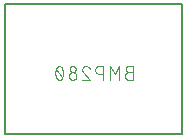
<source format=gbr>
G04 EAGLE Gerber RS-274X export*
G75*
%MOMM*%
%FSLAX34Y34*%
%LPD*%
%INSilkscreen Bottom*%
%IPPOS*%
%AMOC8*
5,1,8,0,0,1.08239X$1,22.5*%
G01*
%ADD10C,0.127000*%
%ADD11C,0.101600*%


D10*
X224000Y352900D02*
X374000Y352900D01*
X374000Y242900D01*
X224000Y242900D01*
X224000Y352900D01*
D11*
X328549Y295129D02*
X331795Y295129D01*
X328549Y295130D02*
X328436Y295128D01*
X328323Y295122D01*
X328210Y295112D01*
X328097Y295098D01*
X327985Y295081D01*
X327874Y295059D01*
X327764Y295034D01*
X327654Y295004D01*
X327546Y294971D01*
X327439Y294934D01*
X327333Y294894D01*
X327229Y294849D01*
X327126Y294801D01*
X327025Y294750D01*
X326926Y294695D01*
X326829Y294637D01*
X326734Y294575D01*
X326641Y294510D01*
X326551Y294442D01*
X326463Y294371D01*
X326377Y294296D01*
X326294Y294219D01*
X326214Y294139D01*
X326137Y294056D01*
X326062Y293970D01*
X325991Y293882D01*
X325923Y293792D01*
X325858Y293699D01*
X325796Y293604D01*
X325738Y293507D01*
X325683Y293408D01*
X325632Y293307D01*
X325584Y293204D01*
X325539Y293100D01*
X325499Y292994D01*
X325462Y292887D01*
X325429Y292779D01*
X325399Y292669D01*
X325374Y292559D01*
X325352Y292448D01*
X325335Y292336D01*
X325321Y292223D01*
X325311Y292110D01*
X325305Y291997D01*
X325303Y291884D01*
X325305Y291771D01*
X325311Y291658D01*
X325321Y291545D01*
X325335Y291432D01*
X325352Y291320D01*
X325374Y291209D01*
X325399Y291099D01*
X325429Y290989D01*
X325462Y290881D01*
X325499Y290774D01*
X325539Y290668D01*
X325584Y290564D01*
X325632Y290461D01*
X325683Y290360D01*
X325738Y290261D01*
X325796Y290164D01*
X325858Y290069D01*
X325923Y289976D01*
X325991Y289886D01*
X326062Y289798D01*
X326137Y289712D01*
X326214Y289629D01*
X326294Y289549D01*
X326377Y289472D01*
X326463Y289397D01*
X326551Y289326D01*
X326641Y289258D01*
X326734Y289193D01*
X326829Y289131D01*
X326926Y289073D01*
X327025Y289018D01*
X327126Y288967D01*
X327229Y288919D01*
X327333Y288874D01*
X327439Y288834D01*
X327546Y288797D01*
X327654Y288764D01*
X327764Y288734D01*
X327874Y288709D01*
X327985Y288687D01*
X328097Y288670D01*
X328210Y288656D01*
X328323Y288646D01*
X328436Y288640D01*
X328549Y288638D01*
X331795Y288638D01*
X331795Y300322D01*
X328549Y300322D01*
X328448Y300320D01*
X328348Y300314D01*
X328248Y300304D01*
X328148Y300291D01*
X328049Y300273D01*
X327950Y300252D01*
X327853Y300227D01*
X327756Y300198D01*
X327661Y300165D01*
X327567Y300129D01*
X327475Y300089D01*
X327384Y300046D01*
X327295Y299999D01*
X327208Y299949D01*
X327122Y299895D01*
X327039Y299838D01*
X326959Y299778D01*
X326880Y299715D01*
X326804Y299648D01*
X326731Y299579D01*
X326661Y299507D01*
X326593Y299433D01*
X326528Y299356D01*
X326467Y299276D01*
X326408Y299194D01*
X326353Y299110D01*
X326301Y299024D01*
X326252Y298936D01*
X326207Y298846D01*
X326165Y298754D01*
X326127Y298661D01*
X326093Y298566D01*
X326062Y298471D01*
X326035Y298374D01*
X326012Y298276D01*
X325992Y298177D01*
X325977Y298077D01*
X325965Y297977D01*
X325957Y297877D01*
X325953Y297776D01*
X325953Y297676D01*
X325957Y297575D01*
X325965Y297475D01*
X325977Y297375D01*
X325992Y297275D01*
X326012Y297176D01*
X326035Y297078D01*
X326062Y296981D01*
X326093Y296886D01*
X326127Y296791D01*
X326165Y296698D01*
X326207Y296606D01*
X326252Y296516D01*
X326301Y296428D01*
X326353Y296342D01*
X326408Y296258D01*
X326467Y296176D01*
X326528Y296096D01*
X326593Y296019D01*
X326661Y295945D01*
X326731Y295873D01*
X326804Y295804D01*
X326880Y295737D01*
X326959Y295674D01*
X327039Y295614D01*
X327122Y295557D01*
X327208Y295503D01*
X327295Y295453D01*
X327384Y295406D01*
X327475Y295363D01*
X327567Y295323D01*
X327661Y295287D01*
X327756Y295254D01*
X327853Y295225D01*
X327950Y295200D01*
X328049Y295179D01*
X328148Y295161D01*
X328248Y295148D01*
X328348Y295138D01*
X328448Y295132D01*
X328549Y295130D01*
X320421Y300322D02*
X320421Y288638D01*
X316526Y293831D02*
X320421Y300322D01*
X316526Y293831D02*
X312632Y300322D01*
X312632Y288638D01*
X306649Y288638D02*
X306649Y300322D01*
X303403Y300322D01*
X303290Y300320D01*
X303177Y300314D01*
X303064Y300304D01*
X302951Y300290D01*
X302839Y300273D01*
X302728Y300251D01*
X302618Y300226D01*
X302508Y300196D01*
X302400Y300163D01*
X302293Y300126D01*
X302187Y300086D01*
X302083Y300041D01*
X301980Y299993D01*
X301879Y299942D01*
X301780Y299887D01*
X301683Y299829D01*
X301588Y299767D01*
X301495Y299702D01*
X301405Y299634D01*
X301317Y299563D01*
X301231Y299488D01*
X301148Y299411D01*
X301068Y299331D01*
X300991Y299248D01*
X300916Y299162D01*
X300845Y299074D01*
X300777Y298984D01*
X300712Y298891D01*
X300650Y298796D01*
X300592Y298699D01*
X300537Y298600D01*
X300486Y298499D01*
X300438Y298396D01*
X300393Y298292D01*
X300353Y298186D01*
X300316Y298079D01*
X300283Y297971D01*
X300253Y297861D01*
X300228Y297751D01*
X300206Y297640D01*
X300189Y297528D01*
X300175Y297415D01*
X300165Y297302D01*
X300159Y297189D01*
X300157Y297076D01*
X300159Y296963D01*
X300165Y296850D01*
X300175Y296737D01*
X300189Y296624D01*
X300206Y296512D01*
X300228Y296401D01*
X300253Y296291D01*
X300283Y296181D01*
X300316Y296073D01*
X300353Y295966D01*
X300393Y295860D01*
X300438Y295756D01*
X300486Y295653D01*
X300537Y295552D01*
X300592Y295453D01*
X300650Y295356D01*
X300712Y295261D01*
X300777Y295168D01*
X300845Y295078D01*
X300916Y294990D01*
X300991Y294904D01*
X301068Y294821D01*
X301148Y294741D01*
X301231Y294664D01*
X301317Y294589D01*
X301405Y294518D01*
X301495Y294450D01*
X301588Y294385D01*
X301683Y294323D01*
X301780Y294265D01*
X301879Y294210D01*
X301980Y294159D01*
X302083Y294111D01*
X302187Y294066D01*
X302293Y294026D01*
X302400Y293989D01*
X302508Y293956D01*
X302618Y293926D01*
X302728Y293901D01*
X302839Y293879D01*
X302951Y293862D01*
X303064Y293848D01*
X303177Y293838D01*
X303290Y293832D01*
X303403Y293830D01*
X303403Y293831D02*
X306649Y293831D01*
X292199Y300322D02*
X292092Y300320D01*
X291986Y300314D01*
X291880Y300304D01*
X291774Y300291D01*
X291668Y300273D01*
X291564Y300252D01*
X291460Y300227D01*
X291357Y300198D01*
X291256Y300166D01*
X291156Y300129D01*
X291057Y300089D01*
X290959Y300046D01*
X290863Y299999D01*
X290769Y299948D01*
X290677Y299894D01*
X290587Y299837D01*
X290499Y299777D01*
X290414Y299713D01*
X290331Y299646D01*
X290250Y299576D01*
X290172Y299504D01*
X290096Y299428D01*
X290024Y299350D01*
X289954Y299269D01*
X289887Y299186D01*
X289823Y299101D01*
X289763Y299013D01*
X289706Y298923D01*
X289652Y298831D01*
X289601Y298737D01*
X289554Y298641D01*
X289511Y298543D01*
X289471Y298444D01*
X289434Y298344D01*
X289402Y298243D01*
X289373Y298140D01*
X289348Y298036D01*
X289327Y297932D01*
X289309Y297826D01*
X289296Y297720D01*
X289286Y297614D01*
X289280Y297508D01*
X289278Y297401D01*
X292199Y300322D02*
X292320Y300320D01*
X292441Y300314D01*
X292561Y300304D01*
X292682Y300291D01*
X292801Y300273D01*
X292921Y300252D01*
X293039Y300227D01*
X293156Y300198D01*
X293273Y300165D01*
X293388Y300129D01*
X293502Y300088D01*
X293615Y300045D01*
X293727Y299997D01*
X293836Y299946D01*
X293944Y299891D01*
X294051Y299833D01*
X294155Y299772D01*
X294257Y299707D01*
X294357Y299639D01*
X294455Y299568D01*
X294551Y299494D01*
X294644Y299417D01*
X294734Y299336D01*
X294822Y299253D01*
X294907Y299167D01*
X294990Y299078D01*
X295069Y298987D01*
X295146Y298893D01*
X295219Y298797D01*
X295289Y298699D01*
X295356Y298598D01*
X295420Y298495D01*
X295481Y298390D01*
X295538Y298283D01*
X295591Y298175D01*
X295641Y298065D01*
X295687Y297953D01*
X295730Y297840D01*
X295769Y297725D01*
X290252Y295129D02*
X290173Y295207D01*
X290097Y295287D01*
X290024Y295370D01*
X289954Y295456D01*
X289887Y295543D01*
X289823Y295634D01*
X289763Y295726D01*
X289705Y295820D01*
X289651Y295917D01*
X289601Y296015D01*
X289554Y296115D01*
X289510Y296216D01*
X289470Y296319D01*
X289434Y296424D01*
X289402Y296529D01*
X289373Y296636D01*
X289348Y296743D01*
X289326Y296852D01*
X289309Y296961D01*
X289295Y297070D01*
X289286Y297180D01*
X289280Y297291D01*
X289278Y297401D01*
X290252Y295129D02*
X295769Y288638D01*
X289278Y288638D01*
X284340Y291884D02*
X284338Y291997D01*
X284332Y292110D01*
X284322Y292223D01*
X284308Y292336D01*
X284291Y292448D01*
X284269Y292559D01*
X284244Y292669D01*
X284214Y292779D01*
X284181Y292887D01*
X284144Y292994D01*
X284104Y293100D01*
X284059Y293204D01*
X284011Y293307D01*
X283960Y293408D01*
X283905Y293507D01*
X283847Y293604D01*
X283785Y293699D01*
X283720Y293792D01*
X283652Y293882D01*
X283581Y293970D01*
X283506Y294056D01*
X283429Y294139D01*
X283349Y294219D01*
X283266Y294296D01*
X283180Y294371D01*
X283092Y294442D01*
X283002Y294510D01*
X282909Y294575D01*
X282814Y294637D01*
X282717Y294695D01*
X282618Y294750D01*
X282517Y294801D01*
X282414Y294849D01*
X282310Y294894D01*
X282204Y294934D01*
X282097Y294971D01*
X281989Y295004D01*
X281879Y295034D01*
X281769Y295059D01*
X281658Y295081D01*
X281546Y295098D01*
X281433Y295112D01*
X281320Y295122D01*
X281207Y295128D01*
X281094Y295130D01*
X280981Y295128D01*
X280868Y295122D01*
X280755Y295112D01*
X280642Y295098D01*
X280530Y295081D01*
X280419Y295059D01*
X280309Y295034D01*
X280199Y295004D01*
X280091Y294971D01*
X279984Y294934D01*
X279878Y294894D01*
X279774Y294849D01*
X279671Y294801D01*
X279570Y294750D01*
X279471Y294695D01*
X279374Y294637D01*
X279279Y294575D01*
X279186Y294510D01*
X279096Y294442D01*
X279008Y294371D01*
X278922Y294296D01*
X278839Y294219D01*
X278759Y294139D01*
X278682Y294056D01*
X278607Y293970D01*
X278536Y293882D01*
X278468Y293792D01*
X278403Y293699D01*
X278341Y293604D01*
X278283Y293507D01*
X278228Y293408D01*
X278177Y293307D01*
X278129Y293204D01*
X278084Y293100D01*
X278044Y292994D01*
X278007Y292887D01*
X277974Y292779D01*
X277944Y292669D01*
X277919Y292559D01*
X277897Y292448D01*
X277880Y292336D01*
X277866Y292223D01*
X277856Y292110D01*
X277850Y291997D01*
X277848Y291884D01*
X277850Y291771D01*
X277856Y291658D01*
X277866Y291545D01*
X277880Y291432D01*
X277897Y291320D01*
X277919Y291209D01*
X277944Y291099D01*
X277974Y290989D01*
X278007Y290881D01*
X278044Y290774D01*
X278084Y290668D01*
X278129Y290564D01*
X278177Y290461D01*
X278228Y290360D01*
X278283Y290261D01*
X278341Y290164D01*
X278403Y290069D01*
X278468Y289976D01*
X278536Y289886D01*
X278607Y289798D01*
X278682Y289712D01*
X278759Y289629D01*
X278839Y289549D01*
X278922Y289472D01*
X279008Y289397D01*
X279096Y289326D01*
X279186Y289258D01*
X279279Y289193D01*
X279374Y289131D01*
X279471Y289073D01*
X279570Y289018D01*
X279671Y288967D01*
X279774Y288919D01*
X279878Y288874D01*
X279984Y288834D01*
X280091Y288797D01*
X280199Y288764D01*
X280309Y288734D01*
X280419Y288709D01*
X280530Y288687D01*
X280642Y288670D01*
X280755Y288656D01*
X280868Y288646D01*
X280981Y288640D01*
X281094Y288638D01*
X281207Y288640D01*
X281320Y288646D01*
X281433Y288656D01*
X281546Y288670D01*
X281658Y288687D01*
X281769Y288709D01*
X281879Y288734D01*
X281989Y288764D01*
X282097Y288797D01*
X282204Y288834D01*
X282310Y288874D01*
X282414Y288919D01*
X282517Y288967D01*
X282618Y289018D01*
X282717Y289073D01*
X282814Y289131D01*
X282909Y289193D01*
X283002Y289258D01*
X283092Y289326D01*
X283180Y289397D01*
X283266Y289472D01*
X283349Y289549D01*
X283429Y289629D01*
X283506Y289712D01*
X283581Y289798D01*
X283652Y289886D01*
X283720Y289976D01*
X283785Y290069D01*
X283847Y290164D01*
X283905Y290261D01*
X283960Y290360D01*
X284011Y290461D01*
X284059Y290564D01*
X284104Y290668D01*
X284144Y290774D01*
X284181Y290881D01*
X284214Y290989D01*
X284244Y291099D01*
X284269Y291209D01*
X284291Y291320D01*
X284308Y291432D01*
X284322Y291545D01*
X284332Y291658D01*
X284338Y291771D01*
X284340Y291884D01*
X283690Y297726D02*
X283688Y297827D01*
X283682Y297927D01*
X283672Y298027D01*
X283659Y298127D01*
X283641Y298226D01*
X283620Y298325D01*
X283595Y298422D01*
X283566Y298519D01*
X283533Y298614D01*
X283497Y298708D01*
X283457Y298800D01*
X283414Y298891D01*
X283367Y298980D01*
X283317Y299067D01*
X283263Y299153D01*
X283206Y299236D01*
X283146Y299316D01*
X283083Y299395D01*
X283016Y299471D01*
X282947Y299544D01*
X282875Y299614D01*
X282801Y299682D01*
X282724Y299747D01*
X282644Y299808D01*
X282562Y299867D01*
X282478Y299922D01*
X282392Y299974D01*
X282304Y300023D01*
X282214Y300068D01*
X282122Y300110D01*
X282029Y300148D01*
X281934Y300182D01*
X281839Y300213D01*
X281742Y300240D01*
X281644Y300263D01*
X281545Y300283D01*
X281445Y300298D01*
X281345Y300310D01*
X281245Y300318D01*
X281144Y300322D01*
X281044Y300322D01*
X280943Y300318D01*
X280843Y300310D01*
X280743Y300298D01*
X280643Y300283D01*
X280544Y300263D01*
X280446Y300240D01*
X280349Y300213D01*
X280254Y300182D01*
X280159Y300148D01*
X280066Y300110D01*
X279974Y300068D01*
X279884Y300023D01*
X279796Y299974D01*
X279710Y299922D01*
X279626Y299867D01*
X279544Y299808D01*
X279464Y299747D01*
X279387Y299682D01*
X279313Y299614D01*
X279241Y299544D01*
X279172Y299471D01*
X279105Y299395D01*
X279042Y299316D01*
X278982Y299236D01*
X278925Y299153D01*
X278871Y299067D01*
X278821Y298980D01*
X278774Y298891D01*
X278731Y298800D01*
X278691Y298708D01*
X278655Y298614D01*
X278622Y298519D01*
X278593Y298422D01*
X278568Y298325D01*
X278547Y298226D01*
X278529Y298127D01*
X278516Y298027D01*
X278506Y297927D01*
X278500Y297827D01*
X278498Y297726D01*
X278500Y297625D01*
X278506Y297525D01*
X278516Y297425D01*
X278529Y297325D01*
X278547Y297226D01*
X278568Y297127D01*
X278593Y297030D01*
X278622Y296933D01*
X278655Y296838D01*
X278691Y296744D01*
X278731Y296652D01*
X278774Y296561D01*
X278821Y296472D01*
X278871Y296385D01*
X278925Y296299D01*
X278982Y296216D01*
X279042Y296136D01*
X279105Y296057D01*
X279172Y295981D01*
X279241Y295908D01*
X279313Y295838D01*
X279387Y295770D01*
X279464Y295705D01*
X279544Y295644D01*
X279626Y295585D01*
X279710Y295530D01*
X279796Y295478D01*
X279884Y295429D01*
X279974Y295384D01*
X280066Y295342D01*
X280159Y295304D01*
X280254Y295270D01*
X280349Y295239D01*
X280446Y295212D01*
X280544Y295189D01*
X280643Y295169D01*
X280743Y295154D01*
X280843Y295142D01*
X280943Y295134D01*
X281044Y295130D01*
X281144Y295130D01*
X281245Y295134D01*
X281345Y295142D01*
X281445Y295154D01*
X281545Y295169D01*
X281644Y295189D01*
X281742Y295212D01*
X281839Y295239D01*
X281934Y295270D01*
X282029Y295304D01*
X282122Y295342D01*
X282214Y295384D01*
X282304Y295429D01*
X282392Y295478D01*
X282478Y295530D01*
X282562Y295585D01*
X282644Y295644D01*
X282724Y295705D01*
X282801Y295770D01*
X282875Y295838D01*
X282947Y295908D01*
X283016Y295981D01*
X283083Y296057D01*
X283146Y296136D01*
X283206Y296216D01*
X283263Y296299D01*
X283317Y296385D01*
X283367Y296472D01*
X283414Y296561D01*
X283457Y296652D01*
X283497Y296744D01*
X283533Y296838D01*
X283566Y296933D01*
X283595Y297030D01*
X283620Y297127D01*
X283641Y297226D01*
X283659Y297325D01*
X283672Y297425D01*
X283682Y297525D01*
X283688Y297625D01*
X283690Y297726D01*
X272910Y294480D02*
X272907Y294710D01*
X272899Y294940D01*
X272885Y295169D01*
X272866Y295398D01*
X272841Y295627D01*
X272811Y295855D01*
X272776Y296082D01*
X272735Y296308D01*
X272689Y296533D01*
X272637Y296757D01*
X272580Y296980D01*
X272518Y297201D01*
X272450Y297421D01*
X272377Y297639D01*
X272299Y297855D01*
X272216Y298069D01*
X272128Y298282D01*
X272035Y298492D01*
X271936Y298699D01*
X271903Y298789D01*
X271867Y298878D01*
X271827Y298966D01*
X271783Y299051D01*
X271736Y299135D01*
X271686Y299217D01*
X271632Y299297D01*
X271576Y299374D01*
X271516Y299450D01*
X271453Y299523D01*
X271388Y299593D01*
X271319Y299661D01*
X271248Y299725D01*
X271175Y299787D01*
X271099Y299846D01*
X271021Y299902D01*
X270940Y299955D01*
X270858Y300004D01*
X270774Y300050D01*
X270687Y300093D01*
X270600Y300132D01*
X270510Y300168D01*
X270420Y300200D01*
X270328Y300228D01*
X270235Y300253D01*
X270141Y300274D01*
X270047Y300291D01*
X269952Y300305D01*
X269856Y300314D01*
X269760Y300320D01*
X269664Y300322D01*
X269568Y300320D01*
X269472Y300314D01*
X269376Y300305D01*
X269281Y300291D01*
X269187Y300274D01*
X269093Y300253D01*
X269000Y300228D01*
X268908Y300200D01*
X268818Y300168D01*
X268728Y300132D01*
X268641Y300093D01*
X268554Y300050D01*
X268470Y300004D01*
X268388Y299955D01*
X268307Y299902D01*
X268229Y299846D01*
X268153Y299787D01*
X268080Y299725D01*
X268009Y299661D01*
X267940Y299593D01*
X267875Y299523D01*
X267812Y299450D01*
X267752Y299375D01*
X267696Y299297D01*
X267642Y299217D01*
X267592Y299135D01*
X267545Y299051D01*
X267502Y298966D01*
X267461Y298878D01*
X267425Y298789D01*
X267392Y298699D01*
X267293Y298491D01*
X267200Y298281D01*
X267112Y298069D01*
X267029Y297855D01*
X266951Y297638D01*
X266878Y297420D01*
X266810Y297201D01*
X266748Y296979D01*
X266691Y296757D01*
X266639Y296533D01*
X266593Y296308D01*
X266552Y296082D01*
X266517Y295854D01*
X266487Y295627D01*
X266462Y295398D01*
X266443Y295169D01*
X266429Y294940D01*
X266421Y294710D01*
X266418Y294480D01*
X272909Y294480D02*
X272906Y294250D01*
X272898Y294020D01*
X272884Y293791D01*
X272865Y293562D01*
X272840Y293333D01*
X272810Y293105D01*
X272775Y292878D01*
X272734Y292652D01*
X272688Y292427D01*
X272636Y292203D01*
X272579Y291980D01*
X272517Y291759D01*
X272449Y291539D01*
X272376Y291321D01*
X272298Y291105D01*
X272215Y290891D01*
X272127Y290679D01*
X272034Y290468D01*
X271935Y290261D01*
X271936Y290261D02*
X271903Y290171D01*
X271867Y290082D01*
X271826Y289994D01*
X271783Y289909D01*
X271736Y289825D01*
X271686Y289743D01*
X271632Y289663D01*
X271576Y289586D01*
X271516Y289510D01*
X271453Y289437D01*
X271388Y289367D01*
X271319Y289299D01*
X271248Y289235D01*
X271175Y289173D01*
X271099Y289114D01*
X271021Y289058D01*
X270940Y289005D01*
X270858Y288956D01*
X270774Y288910D01*
X270687Y288867D01*
X270600Y288828D01*
X270510Y288792D01*
X270420Y288760D01*
X270328Y288732D01*
X270235Y288707D01*
X270141Y288686D01*
X270047Y288669D01*
X269952Y288655D01*
X269856Y288646D01*
X269760Y288640D01*
X269664Y288638D01*
X267392Y290261D02*
X267293Y290468D01*
X267200Y290679D01*
X267112Y290891D01*
X267029Y291105D01*
X266951Y291321D01*
X266878Y291539D01*
X266810Y291759D01*
X266748Y291980D01*
X266691Y292203D01*
X266639Y292427D01*
X266593Y292652D01*
X266552Y292878D01*
X266517Y293105D01*
X266487Y293333D01*
X266462Y293562D01*
X266443Y293791D01*
X266429Y294020D01*
X266421Y294250D01*
X266418Y294480D01*
X267392Y290261D02*
X267425Y290171D01*
X267461Y290082D01*
X267502Y289994D01*
X267545Y289909D01*
X267592Y289825D01*
X267642Y289743D01*
X267696Y289663D01*
X267752Y289585D01*
X267812Y289510D01*
X267875Y289437D01*
X267940Y289367D01*
X268009Y289299D01*
X268080Y289235D01*
X268153Y289173D01*
X268229Y289114D01*
X268307Y289058D01*
X268388Y289005D01*
X268470Y288956D01*
X268554Y288910D01*
X268641Y288867D01*
X268728Y288828D01*
X268818Y288792D01*
X268908Y288760D01*
X269000Y288732D01*
X269093Y288707D01*
X269187Y288686D01*
X269281Y288669D01*
X269376Y288655D01*
X269472Y288646D01*
X269568Y288640D01*
X269664Y288638D01*
X272260Y291234D02*
X267067Y297726D01*
M02*

</source>
